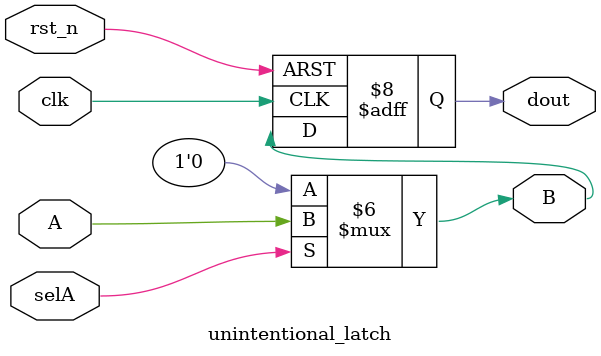
<source format=sv>
module unintentional_latch (clk, rst_n, A, B, selA, dout);

  input  clk, rst_n;
  input  A, selA;
  output B, dout;
  logic  B, dout;

`ifndef sverilog

  // This is the Verilog behavioral code
  always@(selA, A) begin
    if (selA) begin
      B = A;
    end

    // Lab 1 Task 3 Step 8
    //
    // Complete the branch by assigning B to a default value like the following:
    //
    // else begin
    //   B = 0;
    // end
    //
    // ToDo:
		else begin
    	B = 0;
    end
		
  end

  // Debug message for source
  `ifdef SYNTHESIS
    always $display("SYNTHESIS VERILOG");
  `else
    initial $display("TESTBENCH VERILOG");
  `endif

`else

  // When the branch code is incomplete, SystemVerilog also treats it as a latch code
  always_comb begin
    if (selA) begin
      B = A;
    end

    // Lab 1 Task 3 Step 8
    //
    // Complete the branch by assigning B to a default value like the following:
    //
    // else begin
    //   B = 0;
    // end
    //
    // ToDo:
		else begin
    	B = 0;
    end

  end

  // Debug message for source
  `ifdef SYNTHESIS
    always $display("SYNTHESIS SVERILOG");
  `else
    initial $display("TESTBENCH SVERILOG");
  `endif

`endif

  always@(posedge clk, negedge rst_n) begin
    if (!rst_n) begin
      dout <= 0;
    end else begin
      dout <= B;
    end
  end

endmodule
</source>
